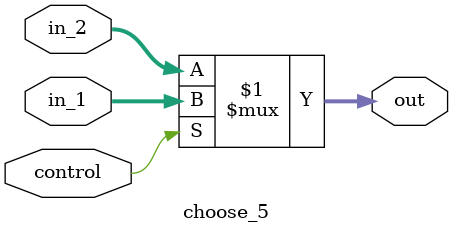
<source format=v>
`timescale 1ns / 1ps


module choose_5(
    input [4:0] in_1,
    input [4:0] in_2,
    input control,
    output [4:0] out
    );
    assign out= control ? in_1 : in_2;
endmodule

</source>
